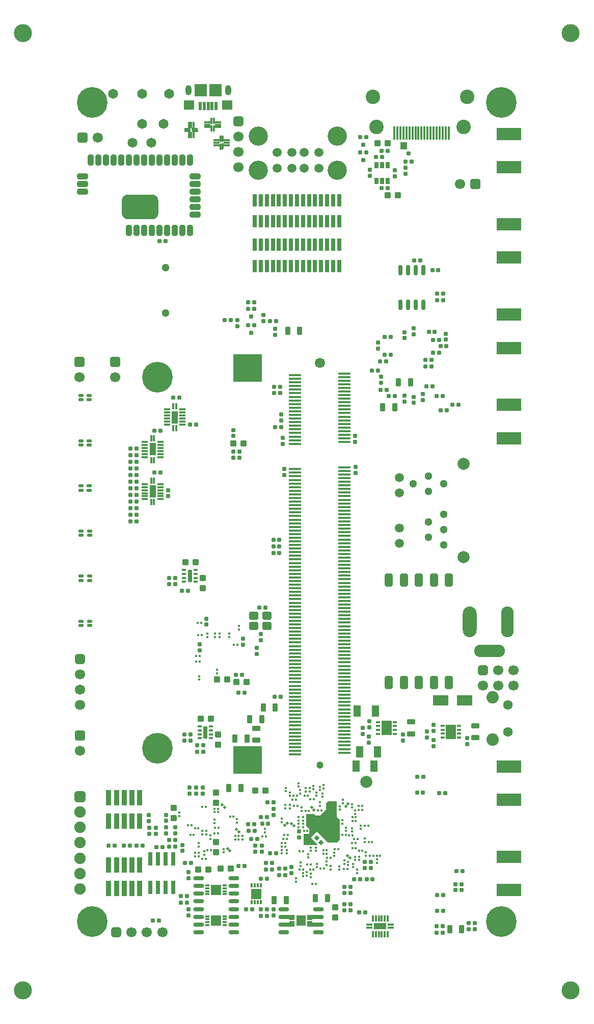
<source format=gbs>
G04*
G04 #@! TF.GenerationSoftware,Altium Limited,Altium Designer,18.1.9 (240)*
G04*
G04 Layer_Color=16711935*
%FSLAX44Y44*%
%MOMM*%
G71*
G01*
G75*
%ADD96C,0.3500*%
%ADD101C,0.5000*%
%ADD102C,1.6000*%
G04:AMPARAMS|DCode=117|XSize=0.6mm|YSize=0.7mm|CornerRadius=0.1mm|HoleSize=0mm|Usage=FLASHONLY|Rotation=0.000|XOffset=0mm|YOffset=0mm|HoleType=Round|Shape=RoundedRectangle|*
%AMROUNDEDRECTD117*
21,1,0.6000,0.5000,0,0,0.0*
21,1,0.4000,0.7000,0,0,0.0*
1,1,0.2000,0.2000,-0.2500*
1,1,0.2000,-0.2000,-0.2500*
1,1,0.2000,-0.2000,0.2500*
1,1,0.2000,0.2000,0.2500*
%
%ADD117ROUNDEDRECTD117*%
G04:AMPARAMS|DCode=118|XSize=0.6mm|YSize=0.7mm|CornerRadius=0.1mm|HoleSize=0mm|Usage=FLASHONLY|Rotation=270.000|XOffset=0mm|YOffset=0mm|HoleType=Round|Shape=RoundedRectangle|*
%AMROUNDEDRECTD118*
21,1,0.6000,0.5000,0,0,270.0*
21,1,0.4000,0.7000,0,0,270.0*
1,1,0.2000,-0.2500,-0.2000*
1,1,0.2000,-0.2500,0.2000*
1,1,0.2000,0.2500,0.2000*
1,1,0.2000,0.2500,-0.2000*
%
%ADD118ROUNDEDRECTD118*%
G04:AMPARAMS|DCode=123|XSize=0.7mm|YSize=0.7mm|CornerRadius=0.11mm|HoleSize=0mm|Usage=FLASHONLY|Rotation=0.000|XOffset=0mm|YOffset=0mm|HoleType=Round|Shape=RoundedRectangle|*
%AMROUNDEDRECTD123*
21,1,0.7000,0.4800,0,0,0.0*
21,1,0.4800,0.7000,0,0,0.0*
1,1,0.2200,0.2400,-0.2400*
1,1,0.2200,-0.2400,-0.2400*
1,1,0.2200,-0.2400,0.2400*
1,1,0.2200,0.2400,0.2400*
%
%ADD123ROUNDEDRECTD123*%
G04:AMPARAMS|DCode=124|XSize=1.1mm|YSize=1mm|CornerRadius=0.1625mm|HoleSize=0mm|Usage=FLASHONLY|Rotation=270.000|XOffset=0mm|YOffset=0mm|HoleType=Round|Shape=RoundedRectangle|*
%AMROUNDEDRECTD124*
21,1,1.1000,0.6750,0,0,270.0*
21,1,0.7750,1.0000,0,0,270.0*
1,1,0.3250,-0.3375,-0.3875*
1,1,0.3250,-0.3375,0.3875*
1,1,0.3250,0.3375,0.3875*
1,1,0.3250,0.3375,-0.3875*
%
%ADD124ROUNDEDRECTD124*%
G04:AMPARAMS|DCode=125|XSize=1.1mm|YSize=1mm|CornerRadius=0.1625mm|HoleSize=0mm|Usage=FLASHONLY|Rotation=0.000|XOffset=0mm|YOffset=0mm|HoleType=Round|Shape=RoundedRectangle|*
%AMROUNDEDRECTD125*
21,1,1.1000,0.6750,0,0,0.0*
21,1,0.7750,1.0000,0,0,0.0*
1,1,0.3250,0.3875,-0.3375*
1,1,0.3250,-0.3875,-0.3375*
1,1,0.3250,-0.3875,0.3375*
1,1,0.3250,0.3875,0.3375*
%
%ADD125ROUNDEDRECTD125*%
G04:AMPARAMS|DCode=128|XSize=0.7mm|YSize=0.7mm|CornerRadius=0.11mm|HoleSize=0mm|Usage=FLASHONLY|Rotation=90.000|XOffset=0mm|YOffset=0mm|HoleType=Round|Shape=RoundedRectangle|*
%AMROUNDEDRECTD128*
21,1,0.7000,0.4800,0,0,90.0*
21,1,0.4800,0.7000,0,0,90.0*
1,1,0.2200,0.2400,0.2400*
1,1,0.2200,0.2400,-0.2400*
1,1,0.2200,-0.2400,-0.2400*
1,1,0.2200,-0.2400,0.2400*
%
%ADD128ROUNDEDRECTD128*%
G04:AMPARAMS|DCode=139|XSize=1.4mm|YSize=0.9mm|CornerRadius=0.15mm|HoleSize=0mm|Usage=FLASHONLY|Rotation=270.000|XOffset=0mm|YOffset=0mm|HoleType=Round|Shape=RoundedRectangle|*
%AMROUNDEDRECTD139*
21,1,1.4000,0.6000,0,0,270.0*
21,1,1.1000,0.9000,0,0,270.0*
1,1,0.3000,-0.3000,-0.5500*
1,1,0.3000,-0.3000,0.5500*
1,1,0.3000,0.3000,0.5500*
1,1,0.3000,0.3000,-0.5500*
%
%ADD139ROUNDEDRECTD139*%
G04:AMPARAMS|DCode=140|XSize=1.4mm|YSize=0.9mm|CornerRadius=0.15mm|HoleSize=0mm|Usage=FLASHONLY|Rotation=0.000|XOffset=0mm|YOffset=0mm|HoleType=Round|Shape=RoundedRectangle|*
%AMROUNDEDRECTD140*
21,1,1.4000,0.6000,0,0,0.0*
21,1,1.1000,0.9000,0,0,0.0*
1,1,0.3000,0.5500,-0.3000*
1,1,0.3000,-0.5500,-0.3000*
1,1,0.3000,-0.5500,0.3000*
1,1,0.3000,0.5500,0.3000*
%
%ADD140ROUNDEDRECTD140*%
G04:AMPARAMS|DCode=142|XSize=0.7mm|YSize=1.1mm|CornerRadius=0.125mm|HoleSize=0mm|Usage=FLASHONLY|Rotation=0.000|XOffset=0mm|YOffset=0mm|HoleType=Round|Shape=RoundedRectangle|*
%AMROUNDEDRECTD142*
21,1,0.7000,0.8500,0,0,0.0*
21,1,0.4500,1.1000,0,0,0.0*
1,1,0.2500,0.2250,-0.4250*
1,1,0.2500,-0.2250,-0.4250*
1,1,0.2500,-0.2250,0.4250*
1,1,0.2500,0.2250,0.4250*
%
%ADD142ROUNDEDRECTD142*%
%ADD144R,0.6500X2.3000*%
G04:AMPARAMS|DCode=147|XSize=1.9mm|YSize=1.25mm|CornerRadius=0.1938mm|HoleSize=0mm|Usage=FLASHONLY|Rotation=90.000|XOffset=0mm|YOffset=0mm|HoleType=Round|Shape=RoundedRectangle|*
%AMROUNDEDRECTD147*
21,1,1.9000,0.8625,0,0,90.0*
21,1,1.5125,1.2500,0,0,90.0*
1,1,0.3875,0.4313,0.7563*
1,1,0.3875,0.4313,-0.7563*
1,1,0.3875,-0.4313,-0.7563*
1,1,0.3875,-0.4313,0.7563*
%
%ADD147ROUNDEDRECTD147*%
%ADD162R,0.7400X2.0900*%
%ADD163R,0.7400X0.4400*%
%ADD166C,2.0000*%
%ADD170R,0.4000X0.4500*%
%ADD176C,3.0000*%
%ADD182R,4.1000X2.1000*%
G04:AMPARAMS|DCode=191|XSize=1.5mm|YSize=1.3mm|CornerRadius=0.2mm|HoleSize=0mm|Usage=FLASHONLY|Rotation=180.000|XOffset=0mm|YOffset=0mm|HoleType=Round|Shape=RoundedRectangle|*
%AMROUNDEDRECTD191*
21,1,1.5000,0.9000,0,0,180.0*
21,1,1.1000,1.3000,0,0,180.0*
1,1,0.4000,-0.5500,0.4500*
1,1,0.4000,0.5500,0.4500*
1,1,0.4000,0.5500,-0.4500*
1,1,0.4000,-0.5500,-0.4500*
%
%ADD191ROUNDEDRECTD191*%
%ADD200C,1.7000*%
%ADD209R,1.7000X2.4500*%
%ADD210R,0.8000X0.4000*%
G04:AMPARAMS|DCode=214|XSize=1.624mm|YSize=1.624mm|CornerRadius=0.2405mm|HoleSize=0mm|Usage=FLASHONLY|Rotation=180.000|XOffset=0mm|YOffset=0mm|HoleType=Round|Shape=RoundedRectangle|*
%AMROUNDEDRECTD214*
21,1,1.6240,1.1430,0,0,180.0*
21,1,1.1430,1.6240,0,0,180.0*
1,1,0.4810,-0.5715,0.5715*
1,1,0.4810,0.5715,0.5715*
1,1,0.4810,0.5715,-0.5715*
1,1,0.4810,-0.5715,-0.5715*
%
%ADD214ROUNDEDRECTD214*%
G04:AMPARAMS|DCode=215|XSize=1.7mm|YSize=1.7mm|CornerRadius=0.45mm|HoleSize=0mm|Usage=FLASHONLY|Rotation=0.000|XOffset=0mm|YOffset=0mm|HoleType=Round|Shape=RoundedRectangle|*
%AMROUNDEDRECTD215*
21,1,1.7000,0.8000,0,0,0.0*
21,1,0.8000,1.7000,0,0,0.0*
1,1,0.9000,0.4000,-0.4000*
1,1,0.9000,-0.4000,-0.4000*
1,1,0.9000,-0.4000,0.4000*
1,1,0.9000,0.4000,0.4000*
%
%ADD215ROUNDEDRECTD215*%
%ADD216C,5.1000*%
%ADD217C,1.2000*%
%ADD218C,2.0500*%
%ADD219C,1.3000*%
%ADD220C,1.5000*%
%ADD221O,5.1000X2.1000*%
%ADD222O,2.3000X5.1000*%
%ADD223O,2.1000X5.1000*%
G04:AMPARAMS|DCode=224|XSize=1.7mm|YSize=1.7mm|CornerRadius=0.45mm|HoleSize=0mm|Usage=FLASHONLY|Rotation=270.000|XOffset=0mm|YOffset=0mm|HoleType=Round|Shape=RoundedRectangle|*
%AMROUNDEDRECTD224*
21,1,1.7000,0.8000,0,0,270.0*
21,1,0.8000,1.7000,0,0,270.0*
1,1,0.9000,-0.4000,-0.4000*
1,1,0.9000,-0.4000,0.4000*
1,1,0.9000,0.4000,0.4000*
1,1,0.9000,0.4000,-0.4000*
%
%ADD224ROUNDEDRECTD224*%
%ADD225C,1.9000*%
G04:AMPARAMS|DCode=226|XSize=1.9mm|YSize=1.9mm|CornerRadius=0.5mm|HoleSize=0mm|Usage=FLASHONLY|Rotation=270.000|XOffset=0mm|YOffset=0mm|HoleType=Round|Shape=RoundedRectangle|*
%AMROUNDEDRECTD226*
21,1,1.9000,0.9000,0,0,270.0*
21,1,0.9000,1.9000,0,0,270.0*
1,1,1.0000,-0.4500,-0.4500*
1,1,1.0000,-0.4500,0.4500*
1,1,1.0000,0.4500,0.4500*
1,1,1.0000,0.4500,-0.4500*
%
%ADD226ROUNDEDRECTD226*%
G04:AMPARAMS|DCode=227|XSize=1.624mm|YSize=1.624mm|CornerRadius=0.2405mm|HoleSize=0mm|Usage=FLASHONLY|Rotation=90.000|XOffset=0mm|YOffset=0mm|HoleType=Round|Shape=RoundedRectangle|*
%AMROUNDEDRECTD227*
21,1,1.6240,1.1430,0,0,90.0*
21,1,1.1430,1.6240,0,0,90.0*
1,1,0.4810,0.5715,0.5715*
1,1,0.4810,0.5715,-0.5715*
1,1,0.4810,-0.5715,-0.5715*
1,1,0.4810,-0.5715,0.5715*
%
%ADD227ROUNDEDRECTD227*%
%ADD228C,2.4000*%
%ADD229C,1.6500*%
%ADD230O,1.0000X1.7000*%
%ADD231C,3.2000*%
G04:AMPARAMS|DCode=316|XSize=2.2mm|YSize=1.4mm|CornerRadius=0.375mm|HoleSize=0mm|Usage=FLASHONLY|Rotation=270.000|XOffset=0mm|YOffset=0mm|HoleType=Round|Shape=RoundedRectangle|*
%AMROUNDEDRECTD316*
21,1,2.2000,0.6500,0,0,270.0*
21,1,1.4500,1.4000,0,0,270.0*
1,1,0.7500,-0.3250,-0.7250*
1,1,0.7500,-0.3250,0.7250*
1,1,0.7500,0.3250,0.7250*
1,1,0.7500,0.3250,-0.7250*
%
%ADD316ROUNDEDRECTD316*%
%ADD317R,0.7000X2.1000*%
%ADD318R,1.8000X1.8000*%
%ADD319R,0.7400X0.3900*%
%ADD320R,0.4200X1.0100*%
%ADD321R,1.0100X0.4200*%
%ADD322R,1.1100X0.4200*%
%ADD323O,1.8000X0.7000*%
%ADD324R,1.7000X1.7000*%
%ADD325R,0.3500X0.7250*%
G04:AMPARAMS|DCode=326|XSize=0.7mm|YSize=0.7mm|CornerRadius=0.11mm|HoleSize=0mm|Usage=FLASHONLY|Rotation=45.000|XOffset=0mm|YOffset=0mm|HoleType=Round|Shape=RoundedRectangle|*
%AMROUNDEDRECTD326*
21,1,0.7000,0.4800,0,0,45.0*
21,1,0.4800,0.7000,0,0,45.0*
1,1,0.2200,0.3394,0.0000*
1,1,0.2200,0.0000,-0.3394*
1,1,0.2200,-0.3394,0.0000*
1,1,0.2200,0.0000,0.3394*
%
%ADD326ROUNDEDRECTD326*%
%ADD327R,0.4500X0.4000*%
G04:AMPARAMS|DCode=328|XSize=0.4mm|YSize=0.45mm|CornerRadius=0mm|HoleSize=0mm|Usage=FLASHONLY|Rotation=135.000|XOffset=0mm|YOffset=0mm|HoleType=Round|Shape=Rectangle|*
%AMROTATEDRECTD328*
4,1,4,0.3005,0.0177,-0.0177,-0.3005,-0.3005,-0.0177,0.0177,0.3005,0.3005,0.0177,0.0*
%
%ADD328ROTATEDRECTD328*%

G04:AMPARAMS|DCode=329|XSize=0.4mm|YSize=0.45mm|CornerRadius=0mm|HoleSize=0mm|Usage=FLASHONLY|Rotation=45.000|XOffset=0mm|YOffset=0mm|HoleType=Round|Shape=Rectangle|*
%AMROTATEDRECTD329*
4,1,4,0.0177,-0.3005,-0.3005,0.0177,-0.0177,0.3005,0.3005,-0.0177,0.0177,-0.3005,0.0*
%
%ADD329ROTATEDRECTD329*%

G04:AMPARAMS|DCode=330|XSize=0.6mm|YSize=0.7mm|CornerRadius=0.1125mm|HoleSize=0mm|Usage=FLASHONLY|Rotation=0.000|XOffset=0mm|YOffset=0mm|HoleType=Round|Shape=RoundedRectangle|*
%AMROUNDEDRECTD330*
21,1,0.6000,0.4750,0,0,0.0*
21,1,0.3750,0.7000,0,0,0.0*
1,1,0.2250,0.1875,-0.2375*
1,1,0.2250,-0.1875,-0.2375*
1,1,0.2250,-0.1875,0.2375*
1,1,0.2250,0.1875,0.2375*
%
%ADD330ROUNDEDRECTD330*%
%ADD331R,2.1000X0.4500*%
%ADD332R,4.7000X4.6000*%
%ADD333R,0.8500X2.5000*%
G04:AMPARAMS|DCode=334|XSize=0.8mm|YSize=0.5mm|CornerRadius=0.1mm|HoleSize=0mm|Usage=FLASHONLY|Rotation=180.000|XOffset=0mm|YOffset=0mm|HoleType=Round|Shape=RoundedRectangle|*
%AMROUNDEDRECTD334*
21,1,0.8000,0.3000,0,0,180.0*
21,1,0.6000,0.5000,0,0,180.0*
1,1,0.2000,-0.3000,0.1500*
1,1,0.2000,0.3000,0.1500*
1,1,0.2000,0.3000,-0.1500*
1,1,0.2000,-0.3000,-0.1500*
%
%ADD334ROUNDEDRECTD334*%
%ADD335O,0.7000X1.8000*%
%ADD336R,0.4000X2.2000*%
%ADD337R,1.0000X2.0000*%
%ADD338R,0.3500X1.0000*%
%ADD339R,1.0000X0.3500*%
G04:AMPARAMS|DCode=340|XSize=1mm|YSize=1.8mm|CornerRadius=0.275mm|HoleSize=0mm|Usage=FLASHONLY|Rotation=180.000|XOffset=0mm|YOffset=0mm|HoleType=Round|Shape=RoundedRectangle|*
%AMROUNDEDRECTD340*
21,1,1.0000,1.2500,0,0,180.0*
21,1,0.4500,1.8000,0,0,180.0*
1,1,0.5500,-0.2250,0.6250*
1,1,0.5500,0.2250,0.6250*
1,1,0.5500,0.2250,-0.6250*
1,1,0.5500,-0.2250,-0.6250*
%
%ADD340ROUNDEDRECTD340*%
G04:AMPARAMS|DCode=341|XSize=1mm|YSize=1.8mm|CornerRadius=0.275mm|HoleSize=0mm|Usage=FLASHONLY|Rotation=270.000|XOffset=0mm|YOffset=0mm|HoleType=Round|Shape=RoundedRectangle|*
%AMROUNDEDRECTD341*
21,1,1.0000,1.2500,0,0,270.0*
21,1,0.4500,1.8000,0,0,270.0*
1,1,0.5500,-0.6250,-0.2250*
1,1,0.5500,-0.6250,0.2250*
1,1,0.5500,0.6250,0.2250*
1,1,0.5500,0.6250,-0.2250*
%
%ADD341ROUNDEDRECTD341*%
G04:AMPARAMS|DCode=342|XSize=6.1mm|YSize=4.1mm|CornerRadius=1.05mm|HoleSize=0mm|Usage=FLASHONLY|Rotation=0.000|XOffset=0mm|YOffset=0mm|HoleType=Round|Shape=RoundedRectangle|*
%AMROUNDEDRECTD342*
21,1,6.1000,2.0000,0,0,0.0*
21,1,4.0000,4.1000,0,0,0.0*
1,1,2.1000,2.0000,-1.0000*
1,1,2.1000,-2.0000,-1.0000*
1,1,2.1000,-2.0000,1.0000*
1,1,2.1000,2.0000,1.0000*
%
%ADD342ROUNDEDRECTD342*%
%ADD343R,0.5000X1.4500*%
%ADD344R,1.7000X1.5000*%
%ADD345R,2.0000X2.0000*%
%ADD346R,0.4200X1.1100*%
%ADD347R,2.6000X1.8000*%
%ADD348R,1.5000X1.7000*%
%ADD349R,0.9000X0.4000*%
%ADD350R,2.0000X1.0000*%
G36*
X558250Y1317750D02*
X546750Y1317750D01*
Y1329250D01*
X558250Y1329250D01*
Y1317750D01*
D02*
G37*
G36*
X440782Y234771D02*
X440877Y234743D01*
X440963Y234696D01*
X441040Y234634D01*
X441102Y234557D01*
X441148Y234471D01*
X441177Y234376D01*
X441187Y234278D01*
X441187Y208392D01*
X445914Y203664D01*
X445915Y203664D01*
X445943Y203630D01*
X445977Y203588D01*
X446024Y203501D01*
X446052Y203407D01*
X446057Y203358D01*
X446062Y203309D01*
X446062Y203309D01*
X446062Y170747D01*
X446052Y170649D01*
X446030Y170576D01*
X446023Y170555D01*
X445977Y170468D01*
X445915Y170392D01*
X445914Y170391D01*
X441946Y166423D01*
X441870Y166360D01*
X441783Y166314D01*
X441761Y166307D01*
X441688Y166285D01*
X441639Y166280D01*
X441590Y166275D01*
X441590Y166276D01*
X426560Y166276D01*
X426560Y166276D01*
X426470Y166284D01*
X426462Y166285D01*
X426367Y166314D01*
X426281Y166360D01*
X426239Y166395D01*
X426204Y166423D01*
X426204Y166423D01*
X409601Y183025D01*
X407267Y183026D01*
X399062Y174820D01*
X399062Y172907D01*
X408665Y163304D01*
X408665Y163304D01*
X408693Y163269D01*
X408727Y163227D01*
X408774Y163141D01*
X408802Y163046D01*
X408812Y162948D01*
X408812Y162948D01*
Y162278D01*
X408802Y162180D01*
X408774Y162086D01*
X408727Y161999D01*
X408665Y161923D01*
X408588Y161860D01*
X408502Y161814D01*
X408407Y161785D01*
X408309Y161776D01*
X386809D01*
X386711Y161785D01*
X386617Y161814D01*
X386530Y161860D01*
X386454Y161923D01*
X386392Y161999D01*
X386345Y162086D01*
X386317Y162180D01*
X386307Y162278D01*
Y179778D01*
X386317Y179876D01*
X386345Y179970D01*
X386392Y180057D01*
X386454Y180133D01*
X386530Y180196D01*
X386617Y180242D01*
X386711Y180271D01*
X386809Y180280D01*
X395748Y180280D01*
X395747Y188734D01*
X390704Y193777D01*
X390642Y193853D01*
X390595Y193940D01*
X390567Y194034D01*
X390562Y194083D01*
X390557Y194132D01*
X390557Y194132D01*
X390557Y212688D01*
X390567Y212786D01*
X390595Y212880D01*
X390642Y212967D01*
X390704Y213043D01*
X390780Y213106D01*
X390867Y213152D01*
X390961Y213181D01*
X391059Y213191D01*
X403899D01*
X403899Y213191D01*
X403950Y213186D01*
X403997Y213181D01*
X404069Y213159D01*
X404091Y213152D01*
X404178Y213106D01*
X404213Y213078D01*
X404254Y213043D01*
X404254Y213043D01*
X406517Y210780D01*
X413351Y210780D01*
X423717Y221147D01*
X423717Y231688D01*
X423717Y231688D01*
X423722Y231737D01*
X423727Y231786D01*
X423756Y231881D01*
X423802Y231967D01*
X423836Y232009D01*
X423865Y232044D01*
X423865Y232044D01*
X426455Y234634D01*
X426531Y234696D01*
X426618Y234742D01*
X426639Y234749D01*
X426712Y234771D01*
X426761Y234776D01*
X426810Y234781D01*
X426810Y234781D01*
X440684Y234781D01*
X440782Y234771D01*
D02*
G37*
G36*
X409250Y39200D02*
X392000D01*
Y45950D01*
X409250D01*
Y39200D01*
D02*
G37*
G36*
X371000Y39200D02*
X353750D01*
Y45950D01*
X371000D01*
Y39200D01*
D02*
G37*
G36*
X409250Y26500D02*
X392000D01*
Y33250D01*
X409250D01*
Y26500D01*
D02*
G37*
G36*
X371000Y26500D02*
X353750D01*
Y33250D01*
X371000D01*
Y26500D01*
D02*
G37*
D96*
X556500Y1319500D02*
D03*
Y1323500D02*
D03*
Y1327500D02*
D03*
X552500Y1319500D02*
D03*
Y1323500D02*
D03*
Y1327500D02*
D03*
X548500Y1319500D02*
D03*
Y1323500D02*
D03*
Y1327500D02*
D03*
D101*
X197000Y604900D02*
D03*
Y613100D02*
D03*
X222500Y353100D02*
D03*
Y344900D02*
D03*
D102*
X725450Y394500D02*
D03*
Y349500D02*
D03*
D117*
X648500Y96750D02*
D03*
Y86750D02*
D03*
X638500Y96750D02*
D03*
Y86750D02*
D03*
X472250Y779500D02*
D03*
Y789500D02*
D03*
X471750Y841250D02*
D03*
Y831250D02*
D03*
X351750Y838000D02*
D03*
Y828000D02*
D03*
X353750Y776250D02*
D03*
Y786250D02*
D03*
X347250Y922500D02*
D03*
Y912500D02*
D03*
X194800Y55050D02*
D03*
Y45050D02*
D03*
X550796Y335290D02*
D03*
Y345290D02*
D03*
X494796Y332040D02*
D03*
Y342040D02*
D03*
X194750Y106500D02*
D03*
Y116500D02*
D03*
X657630Y329110D02*
D03*
Y339110D02*
D03*
X601630Y325860D02*
D03*
Y335860D02*
D03*
X497720Y123938D02*
D03*
Y133938D02*
D03*
X487720D02*
D03*
Y123938D02*
D03*
X554000Y898250D02*
D03*
Y908250D02*
D03*
X569000Y906250D02*
D03*
Y896250D02*
D03*
X554000Y1013750D02*
D03*
Y1003750D02*
D03*
X515000Y929500D02*
D03*
Y939500D02*
D03*
X622000Y1001250D02*
D03*
Y1011250D02*
D03*
X509500Y986250D02*
D03*
Y996250D02*
D03*
X366029Y124951D02*
D03*
Y114951D02*
D03*
X213250Y495000D02*
D03*
Y485000D02*
D03*
X224422Y538000D02*
D03*
Y528000D02*
D03*
X314750Y502250D02*
D03*
Y512250D02*
D03*
X336500Y45206D02*
D03*
Y55206D02*
D03*
X128750Y211500D02*
D03*
Y201500D02*
D03*
D118*
X660750Y22250D02*
D03*
X670750D02*
D03*
X611334Y248000D02*
D03*
X621334D02*
D03*
X640250Y118200D02*
D03*
X650250D02*
D03*
X670750Y32245D02*
D03*
X660750D02*
D03*
X151750Y158500D02*
D03*
X141750D02*
D03*
X145250Y36750D02*
D03*
X135250D02*
D03*
X279250Y815250D02*
D03*
X269250D02*
D03*
Y805250D02*
D03*
X279250D02*
D03*
X315000Y105750D02*
D03*
X325000D02*
D03*
X463782Y63255D02*
D03*
X453782D02*
D03*
Y53255D02*
D03*
X463782D02*
D03*
X453782Y92255D02*
D03*
X463782D02*
D03*
Y82255D02*
D03*
X453782D02*
D03*
X500720Y104688D02*
D03*
X490720D02*
D03*
X479720Y104688D02*
D03*
X469720D02*
D03*
X614000Y883500D02*
D03*
X624000D02*
D03*
X643500Y893500D02*
D03*
X633500Y893500D02*
D03*
X537250Y907500D02*
D03*
X527250D02*
D03*
X524250Y917500D02*
D03*
X514250D02*
D03*
X607000Y907250D02*
D03*
X617000D02*
D03*
X520750Y975750D02*
D03*
X530750D02*
D03*
X509500Y949750D02*
D03*
X499500D02*
D03*
X520750Y1005500D02*
D03*
X530750D02*
D03*
X594000Y1014000D02*
D03*
X604000D02*
D03*
X600250Y923750D02*
D03*
X590250D02*
D03*
X601500Y1000750D02*
D03*
X611500D02*
D03*
X610010Y1116875D02*
D03*
X600010D02*
D03*
X283750Y444750D02*
D03*
X273750D02*
D03*
X322750Y556250D02*
D03*
X312750D02*
D03*
X516000Y1253250D02*
D03*
X526000D02*
D03*
X516000Y1315250D02*
D03*
X526000D02*
D03*
X148000Y780250D02*
D03*
X138000D02*
D03*
X148250Y849750D02*
D03*
X138250D02*
D03*
X617750Y78750D02*
D03*
X607750D02*
D03*
X617750Y52354D02*
D03*
X607750D02*
D03*
X574500Y249000D02*
D03*
X584500D02*
D03*
X574750Y275500D02*
D03*
X584750D02*
D03*
X169500Y904750D02*
D03*
X179500D02*
D03*
X488750Y50250D02*
D03*
X478750D02*
D03*
X188050Y345750D02*
D03*
X198050D02*
D03*
X162550Y605750D02*
D03*
X172550D02*
D03*
D123*
X538000Y1282250D02*
D03*
Y1272250D02*
D03*
X336750Y922500D02*
D03*
Y912500D02*
D03*
X349000Y876750D02*
D03*
Y866750D02*
D03*
X269250Y851250D02*
D03*
Y841250D02*
D03*
X484046Y356540D02*
D03*
Y346540D02*
D03*
X495046Y367540D02*
D03*
Y357540D02*
D03*
X590880Y340360D02*
D03*
X590880Y350360D02*
D03*
X601880Y361360D02*
D03*
Y351360D02*
D03*
X218720Y257438D02*
D03*
Y247438D02*
D03*
X196720Y257438D02*
D03*
Y247438D02*
D03*
X207720Y257438D02*
D03*
Y247438D02*
D03*
X569000Y1010250D02*
D03*
Y1020250D02*
D03*
X584000Y901000D02*
D03*
Y911000D02*
D03*
X305970Y150938D02*
D03*
Y160938D02*
D03*
X316970Y150938D02*
D03*
Y160938D02*
D03*
X378570Y174242D02*
D03*
Y184242D02*
D03*
X335970Y221938D02*
D03*
Y211938D02*
D03*
X172720Y180938D02*
D03*
Y190938D02*
D03*
X184768Y162000D02*
D03*
Y152000D02*
D03*
X157720Y211938D02*
D03*
Y201938D02*
D03*
X157720Y180938D02*
D03*
Y190938D02*
D03*
X338750Y1009250D02*
D03*
Y1019250D02*
D03*
X319354Y1042354D02*
D03*
Y1032354D02*
D03*
X276000Y1033750D02*
D03*
Y1023750D02*
D03*
X285500Y504750D02*
D03*
Y494750D02*
D03*
X308250Y489000D02*
D03*
Y479000D02*
D03*
X496000Y1273250D02*
D03*
Y1283250D02*
D03*
X161000Y741250D02*
D03*
Y751250D02*
D03*
X555600Y1286750D02*
D03*
Y1276750D02*
D03*
X129250Y180500D02*
D03*
Y190500D02*
D03*
X140250Y180500D02*
D03*
Y190500D02*
D03*
D124*
X269250Y828500D02*
D03*
X286250D02*
D03*
X306000Y251930D02*
D03*
X323000Y251930D02*
D03*
X227970Y120938D02*
D03*
X210970D02*
D03*
X248000Y123000D02*
D03*
X265000D02*
D03*
X242250Y436500D02*
D03*
X259250D02*
D03*
X274500Y432500D02*
D03*
X291500D02*
D03*
X526000Y1241000D02*
D03*
X543000D02*
D03*
X526000Y1327250D02*
D03*
X509000D02*
D03*
X232250Y371750D02*
D03*
X215250D02*
D03*
X206750Y631750D02*
D03*
X189750D02*
D03*
D125*
X438250Y58500D02*
D03*
Y41500D02*
D03*
X240720Y166438D02*
D03*
Y149438D02*
D03*
Y231688D02*
D03*
Y248688D02*
D03*
X170000Y206250D02*
D03*
Y223250D02*
D03*
X244250Y345750D02*
D03*
Y328750D02*
D03*
X218750Y605750D02*
D03*
Y588750D02*
D03*
D128*
X607399Y27250D02*
D03*
X617399D02*
D03*
X617399Y16250D02*
D03*
X607399D02*
D03*
X335750Y646750D02*
D03*
X345750D02*
D03*
X335750Y657750D02*
D03*
X345750D02*
D03*
X335750Y668750D02*
D03*
X345750D02*
D03*
X339000Y855750D02*
D03*
X349000D02*
D03*
X338250Y408250D02*
D03*
X348250D02*
D03*
X87250Y160938D02*
D03*
X97250D02*
D03*
X118250D02*
D03*
X108250D02*
D03*
X62000Y160500D02*
D03*
X72000D02*
D03*
X325000Y55250D02*
D03*
X315000D02*
D03*
X300750D02*
D03*
X290750D02*
D03*
X325000Y44250D02*
D03*
X315000D02*
D03*
X182000Y77400D02*
D03*
X192000D02*
D03*
X182000Y66200D02*
D03*
X192000D02*
D03*
X162720Y158938D02*
D03*
X172720D02*
D03*
X162720Y169938D02*
D03*
X172720D02*
D03*
X199250Y131700D02*
D03*
X189250D02*
D03*
X601250Y979250D02*
D03*
X611250D02*
D03*
X513250Y965250D02*
D03*
X523250D02*
D03*
X623500Y990250D02*
D03*
X613500D02*
D03*
X330170Y148388D02*
D03*
X340170D02*
D03*
X298720Y171938D02*
D03*
X308720D02*
D03*
X326220Y232938D02*
D03*
X336220D02*
D03*
X355320Y122992D02*
D03*
X345320D02*
D03*
X333310Y121055D02*
D03*
X323310D02*
D03*
X333220Y132188D02*
D03*
X323220D02*
D03*
X355320Y111992D02*
D03*
X345320D02*
D03*
X327220Y196938D02*
D03*
X317220D02*
D03*
X314970Y207938D02*
D03*
X324970D02*
D03*
X303720Y196438D02*
D03*
X293720D02*
D03*
X277720Y126938D02*
D03*
X287720D02*
D03*
X294970Y185438D02*
D03*
X304970D02*
D03*
X608313Y1077750D02*
D03*
X618313D02*
D03*
X608313Y1066750D02*
D03*
X618313D02*
D03*
X579750Y1132750D02*
D03*
X569750D02*
D03*
X304000Y1063250D02*
D03*
X294000Y1063250D02*
D03*
X255000Y1033750D02*
D03*
X265000D02*
D03*
X340354Y1032354D02*
D03*
X330354D02*
D03*
X598250Y968000D02*
D03*
X588250D02*
D03*
X598250Y957000D02*
D03*
X588250D02*
D03*
X277585Y414500D02*
D03*
X287585D02*
D03*
X98000Y699250D02*
D03*
X108000D02*
D03*
X98000Y721250D02*
D03*
X108000D02*
D03*
X98080Y743250D02*
D03*
X108080D02*
D03*
X98052Y765250D02*
D03*
X108052D02*
D03*
X98000Y710250D02*
D03*
X108000D02*
D03*
X98080Y732250D02*
D03*
X108080D02*
D03*
X98080Y754250D02*
D03*
X108080D02*
D03*
X98080Y776250D02*
D03*
X108080D02*
D03*
X108068Y820250D02*
D03*
X98068D02*
D03*
X98080Y798250D02*
D03*
X108080D02*
D03*
Y809250D02*
D03*
X98080D02*
D03*
X98080Y787250D02*
D03*
X108080D02*
D03*
X516500Y1304750D02*
D03*
X506500D02*
D03*
X197500Y860000D02*
D03*
X207500D02*
D03*
X219050Y327750D02*
D03*
X209050D02*
D03*
X188050Y335250D02*
D03*
X198050D02*
D03*
X209050Y316750D02*
D03*
X219050D02*
D03*
X162550Y595250D02*
D03*
X172550D02*
D03*
X183550Y584250D02*
D03*
X193550D02*
D03*
X156500Y1164750D02*
D03*
X146500D02*
D03*
D139*
X648899Y21727D02*
D03*
X628899D02*
D03*
X425800Y73500D02*
D03*
X405799D02*
D03*
X357250Y70250D02*
D03*
X337250D02*
D03*
X262000Y256578D02*
D03*
X282000Y256578D02*
D03*
X517500Y889000D02*
D03*
X537500D02*
D03*
X544000Y930500D02*
D03*
X564000D02*
D03*
X379520Y1016000D02*
D03*
X359520D02*
D03*
X316750Y370500D02*
D03*
X296750D02*
D03*
X291750Y339000D02*
D03*
X271750D02*
D03*
X339000Y390250D02*
D03*
X319000D02*
D03*
D140*
X564796Y346290D02*
D03*
Y366290D02*
D03*
X671630Y340110D02*
D03*
Y360110D02*
D03*
X307000Y335750D02*
D03*
Y355750D02*
D03*
D142*
X526000Y1291250D02*
D03*
X507000Y1265250D02*
D03*
X516500D02*
D03*
X526000D02*
D03*
X507000Y1291250D02*
D03*
X516500D02*
D03*
D144*
X169550Y91000D02*
D03*
X156850D02*
D03*
X144150D02*
D03*
X131450D02*
D03*
X169550Y139000D02*
D03*
X156850D02*
D03*
X144150D02*
D03*
X131450D02*
D03*
D147*
X475250Y384000D02*
D03*
X505250D02*
D03*
X473000Y293250D02*
D03*
X503000D02*
D03*
X479000Y317000D02*
D03*
X509000D02*
D03*
D162*
X197000Y609000D02*
D03*
X222500Y349000D02*
D03*
D163*
X187500Y599250D02*
D03*
Y605750D02*
D03*
Y612250D02*
D03*
Y618750D02*
D03*
X206500D02*
D03*
Y612250D02*
D03*
Y605750D02*
D03*
Y599250D02*
D03*
X232000Y339250D02*
D03*
Y345750D02*
D03*
Y352250D02*
D03*
Y358750D02*
D03*
X213000D02*
D03*
Y352250D02*
D03*
Y345750D02*
D03*
Y339250D02*
D03*
D166*
X490500Y267000D02*
D03*
X652149Y640050D02*
D03*
X652149Y794950D02*
D03*
D170*
X483250Y220208D02*
D03*
X477650D02*
D03*
X499859Y166778D02*
D03*
X494259D02*
D03*
X400450Y97500D02*
D03*
X406050D02*
D03*
X379509Y151528D02*
D03*
X385109D02*
D03*
X370259Y227028D02*
D03*
X375859D02*
D03*
X483859Y152028D02*
D03*
X478260D02*
D03*
X369120Y243938D02*
D03*
X374720D02*
D03*
X496259Y144028D02*
D03*
X501860D02*
D03*
X430659Y140778D02*
D03*
X425059D02*
D03*
X424609Y147028D02*
D03*
X419009D02*
D03*
X415520Y218938D02*
D03*
X409920D02*
D03*
X467009Y201528D02*
D03*
X472609D02*
D03*
X470249Y172118D02*
D03*
X475849D02*
D03*
X238920Y190688D02*
D03*
X244520D02*
D03*
X243770Y181438D02*
D03*
X238170D02*
D03*
X211270Y189688D02*
D03*
X205670D02*
D03*
X193870Y194688D02*
D03*
X199470D02*
D03*
X217920Y224938D02*
D03*
X223520D02*
D03*
X203520Y178938D02*
D03*
X197920D02*
D03*
X226370Y153000D02*
D03*
X231970D02*
D03*
X217920Y138688D02*
D03*
X223520D02*
D03*
X278020Y170688D02*
D03*
X272420D02*
D03*
X269520Y208938D02*
D03*
X263920D02*
D03*
X272420Y176688D02*
D03*
X278020D02*
D03*
X397609Y129778D02*
D03*
X392009D02*
D03*
X458859Y122278D02*
D03*
X453260D02*
D03*
X443559Y155028D02*
D03*
X437959D02*
D03*
X472889Y156808D02*
D03*
X467289D02*
D03*
X397259Y237492D02*
D03*
X402859D02*
D03*
X387409Y243688D02*
D03*
X393009D02*
D03*
X397009Y121028D02*
D03*
X402609D02*
D03*
X450459Y179028D02*
D03*
X456059D02*
D03*
X353920Y178438D02*
D03*
X359520D02*
D03*
X352170Y171938D02*
D03*
X357770D02*
D03*
X461570Y178028D02*
D03*
X467170D02*
D03*
X513359Y144028D02*
D03*
X507760D02*
D03*
X367470Y237442D02*
D03*
X373070D02*
D03*
X472120Y164742D02*
D03*
X466520D02*
D03*
X472609Y208028D02*
D03*
X467009D02*
D03*
X389170Y218188D02*
D03*
X394770D02*
D03*
X424609Y153528D02*
D03*
X419009D02*
D03*
X414010Y123028D02*
D03*
X419609D02*
D03*
X323270Y175938D02*
D03*
X317670D02*
D03*
X392320Y184992D02*
D03*
X386720D02*
D03*
X379520Y120992D02*
D03*
X385120D02*
D03*
X270200Y494750D02*
D03*
X275800D02*
D03*
X215643Y530907D02*
D03*
X210043D02*
D03*
X207500Y466250D02*
D03*
X213100D02*
D03*
X216643Y510750D02*
D03*
X211043D02*
D03*
X207500Y475875D02*
D03*
X213100D02*
D03*
X493425Y194132D02*
D03*
X487825D02*
D03*
X483300Y226727D02*
D03*
X477700D02*
D03*
D176*
X-80000Y1510000D02*
D03*
X830000Y1510000D02*
D03*
X830000Y-80000D02*
D03*
X-80000Y-80000D02*
D03*
D182*
X727000Y1137550D02*
D03*
Y1192950D02*
D03*
Y837550D02*
D03*
Y892950D02*
D03*
Y987550D02*
D03*
Y1042950D02*
D03*
Y87050D02*
D03*
Y142450D02*
D03*
Y292450D02*
D03*
Y237050D02*
D03*
Y1342950D02*
D03*
Y1287550D02*
D03*
D191*
X302750Y542750D02*
D03*
X324750D02*
D03*
Y525750D02*
D03*
X302750D02*
D03*
D200*
X72500Y939050D02*
D03*
X734643Y426536D02*
D03*
Y451965D02*
D03*
X683786Y426536D02*
D03*
X709214Y451964D02*
D03*
Y426536D02*
D03*
X413000Y962750D02*
D03*
X278000Y1338714D02*
D03*
Y1313286D02*
D03*
Y1287857D02*
D03*
X646100Y1260200D02*
D03*
X151179Y16523D02*
D03*
X125750D02*
D03*
X100321D02*
D03*
X13750Y938878D02*
D03*
X14000Y318071D02*
D03*
Y445128D02*
D03*
Y419700D02*
D03*
Y394271D02*
D03*
X44200Y1336750D02*
D03*
D209*
X523750Y356180D02*
D03*
X630583Y350000D02*
D03*
D210*
X510000Y346430D02*
D03*
Y352930D02*
D03*
Y359430D02*
D03*
Y365930D02*
D03*
X537500D02*
D03*
Y359430D02*
D03*
Y352930D02*
D03*
Y346430D02*
D03*
X616833Y340250D02*
D03*
Y346750D02*
D03*
Y353250D02*
D03*
Y359750D02*
D03*
X644333D02*
D03*
Y353250D02*
D03*
Y346750D02*
D03*
Y340250D02*
D03*
D214*
X72500Y964450D02*
D03*
X13750Y964278D02*
D03*
X14000Y343471D02*
D03*
D215*
X683786Y451964D02*
D03*
X74893Y16523D02*
D03*
D216*
X35000Y35000D02*
D03*
X715000Y35000D02*
D03*
Y1395000D02*
D03*
X35000Y1395000D02*
D03*
X143000Y322750D02*
D03*
Y938750D02*
D03*
D217*
X413000Y294750D02*
D03*
D218*
X700550Y336950D02*
D03*
Y407050D02*
D03*
D219*
X619149Y660350D02*
D03*
X593749Y673050D02*
D03*
X619149Y685750D02*
D03*
X593749Y698450D02*
D03*
X619149Y711150D02*
D03*
X593749Y749250D02*
D03*
X619149Y761950D02*
D03*
X593749Y774650D02*
D03*
X568349Y761950D02*
D03*
X156500Y1045250D02*
D03*
Y1121250D02*
D03*
D220*
X545449Y688250D02*
D03*
Y662850D02*
D03*
Y772150D02*
D03*
Y746750D02*
D03*
X411700Y1312150D02*
D03*
X386700D02*
D03*
X366700D02*
D03*
X341700D02*
D03*
X411700Y1285950D02*
D03*
X386700D02*
D03*
X366700D02*
D03*
X341700D02*
D03*
D221*
X695000Y484250D02*
D03*
D222*
X662000Y532250D02*
D03*
D223*
X725000D02*
D03*
D224*
X278000Y1364143D02*
D03*
X14000Y470557D02*
D03*
D225*
Y140071D02*
D03*
Y165500D02*
D03*
Y190929D02*
D03*
Y216357D02*
D03*
Y114643D02*
D03*
Y89214D02*
D03*
D226*
Y241786D02*
D03*
D227*
X671500Y1260200D02*
D03*
X18800Y1336750D02*
D03*
D228*
X507000Y1354750D02*
D03*
X652000Y1354750D02*
D03*
X658000Y1404250D02*
D03*
X501000D02*
D03*
D229*
X69346Y1409500D02*
D03*
X153346Y1359500D02*
D03*
X101346Y1328500D02*
D03*
X162346Y1409500D02*
D03*
X133346Y1328500D02*
D03*
X117346Y1409500D02*
D03*
Y1359500D02*
D03*
D230*
X194500Y1415750D02*
D03*
X260500D02*
D03*
D231*
X311000Y1282450D02*
D03*
X442400D02*
D03*
X311000Y1339250D02*
D03*
X442400D02*
D03*
D316*
X627500Y601750D02*
D03*
X602500D02*
D03*
X577500D02*
D03*
X552500D02*
D03*
X527500D02*
D03*
Y431750D02*
D03*
X552500D02*
D03*
X577500D02*
D03*
X602500D02*
D03*
X627500D02*
D03*
D317*
X305000Y1198000D02*
D03*
X315000D02*
D03*
X325000D02*
D03*
X335000D02*
D03*
X345000D02*
D03*
X355000D02*
D03*
X365000D02*
D03*
X375000D02*
D03*
X385000D02*
D03*
X395000D02*
D03*
X405000D02*
D03*
X415000D02*
D03*
X425000D02*
D03*
X435000D02*
D03*
X445000D02*
D03*
Y1233000D02*
D03*
X435000D02*
D03*
X425000D02*
D03*
X415000D02*
D03*
X405000D02*
D03*
X395000D02*
D03*
X385000D02*
D03*
X375000D02*
D03*
X365000D02*
D03*
X355000D02*
D03*
X345000D02*
D03*
X335000D02*
D03*
X325000D02*
D03*
X315000D02*
D03*
X305000D02*
D03*
Y1158750D02*
D03*
X315000D02*
D03*
X325000D02*
D03*
X335000D02*
D03*
X345000D02*
D03*
X355000D02*
D03*
X365000D02*
D03*
X375000D02*
D03*
X385000D02*
D03*
X395000D02*
D03*
X405000D02*
D03*
X415000D02*
D03*
X425000D02*
D03*
X435000D02*
D03*
X445000D02*
D03*
Y1123750D02*
D03*
X435000D02*
D03*
X425000D02*
D03*
X415000D02*
D03*
X405000D02*
D03*
X395000D02*
D03*
X385000D02*
D03*
X375000D02*
D03*
X365000D02*
D03*
X355000D02*
D03*
X345000D02*
D03*
X335000D02*
D03*
X325000D02*
D03*
X315000D02*
D03*
X305000D02*
D03*
D318*
X240500Y87500D02*
D03*
Y36000D02*
D03*
D319*
X226500Y95000D02*
D03*
Y90000D02*
D03*
Y85000D02*
D03*
Y80000D02*
D03*
X254500D02*
D03*
Y85000D02*
D03*
Y90000D02*
D03*
Y95000D02*
D03*
Y43500D02*
D03*
Y38500D02*
D03*
Y33500D02*
D03*
Y28500D02*
D03*
X226500D02*
D03*
Y33500D02*
D03*
Y38500D02*
D03*
Y43500D02*
D03*
D320*
X203250Y1358000D02*
D03*
X199250Y1358000D02*
D03*
X195250Y1358000D02*
D03*
Y1341000D02*
D03*
X199250Y1341000D02*
D03*
X203250Y1341000D02*
D03*
X251750Y1334880D02*
D03*
X247750D02*
D03*
Y1321880D02*
D03*
X237000Y1364750D02*
D03*
X233000D02*
D03*
Y1351750D02*
D03*
D321*
X192750Y1351500D02*
D03*
Y1347500D02*
D03*
X205750D02*
D03*
X258250Y1324380D02*
D03*
Y1328380D02*
D03*
Y1332380D02*
D03*
X241250D02*
D03*
Y1328380D02*
D03*
Y1324380D02*
D03*
X243500Y1354250D02*
D03*
X243500Y1358250D02*
D03*
X243500Y1362250D02*
D03*
X226500D02*
D03*
X226500Y1358250D02*
D03*
X226500Y1354250D02*
D03*
D322*
X205250Y1351500D02*
D03*
D323*
X270000Y55050D02*
D03*
Y42350D02*
D03*
Y29650D02*
D03*
Y16950D02*
D03*
X212000Y55050D02*
D03*
Y42350D02*
D03*
Y29650D02*
D03*
Y16950D02*
D03*
X270000Y106550D02*
D03*
Y93850D02*
D03*
Y81150D02*
D03*
Y68450D02*
D03*
X212000Y106550D02*
D03*
Y93850D02*
D03*
Y81150D02*
D03*
Y68450D02*
D03*
X411000Y55050D02*
D03*
Y42350D02*
D03*
Y29650D02*
D03*
Y16950D02*
D03*
X353000Y55050D02*
D03*
Y42350D02*
D03*
Y29650D02*
D03*
Y16950D02*
D03*
D324*
X307500Y80750D02*
D03*
D325*
X315000Y66750D02*
D03*
X310000D02*
D03*
X305000D02*
D03*
X300000D02*
D03*
X300000Y94750D02*
D03*
X305000Y94750D02*
D03*
X310000Y94750D02*
D03*
X315000D02*
D03*
D326*
X415105Y166206D02*
D03*
X408034Y173277D02*
D03*
D327*
X467859Y124928D02*
D03*
Y130528D02*
D03*
X460059Y128478D02*
D03*
Y134078D02*
D03*
X356820Y251192D02*
D03*
Y256792D02*
D03*
X507720Y132138D02*
D03*
Y137738D02*
D03*
X385120Y109742D02*
D03*
Y115342D02*
D03*
X391500Y110950D02*
D03*
Y116550D02*
D03*
X419500Y261550D02*
D03*
Y255950D02*
D03*
X445220Y120638D02*
D03*
Y126238D02*
D03*
X398060Y108728D02*
D03*
Y114328D02*
D03*
X475059Y115478D02*
D03*
Y121078D02*
D03*
X389559Y256578D02*
D03*
Y250978D02*
D03*
X396059Y256578D02*
D03*
Y250978D02*
D03*
X402559Y260078D02*
D03*
Y254478D02*
D03*
X451720Y236788D02*
D03*
Y231188D02*
D03*
X445809Y226328D02*
D03*
Y220728D02*
D03*
X456059Y190828D02*
D03*
Y185228D02*
D03*
X436559Y143478D02*
D03*
Y149078D02*
D03*
X373470Y100838D02*
D03*
Y106438D02*
D03*
X466297Y189766D02*
D03*
Y184166D02*
D03*
X378000Y264500D02*
D03*
Y258900D02*
D03*
X430559Y126828D02*
D03*
Y121228D02*
D03*
X417070Y247292D02*
D03*
Y241692D02*
D03*
X478309Y136978D02*
D03*
Y142578D02*
D03*
X243720Y216388D02*
D03*
Y221988D02*
D03*
X220970Y151238D02*
D03*
Y145638D02*
D03*
X217970Y179388D02*
D03*
Y184988D02*
D03*
X237970Y203988D02*
D03*
Y198388D02*
D03*
X224720Y179388D02*
D03*
Y184988D02*
D03*
X231220Y171888D02*
D03*
Y177488D02*
D03*
X237720Y216388D02*
D03*
Y221988D02*
D03*
X179750Y215750D02*
D03*
Y210150D02*
D03*
X205470Y143138D02*
D03*
Y148738D02*
D03*
X211970Y164738D02*
D03*
Y159138D02*
D03*
Y143138D02*
D03*
Y148738D02*
D03*
X253470Y155238D02*
D03*
Y149638D02*
D03*
X284420Y171088D02*
D03*
Y176688D02*
D03*
X275470Y204488D02*
D03*
Y198888D02*
D03*
X413000Y258550D02*
D03*
Y252950D02*
D03*
X481349Y188532D02*
D03*
Y194132D02*
D03*
X472000Y213700D02*
D03*
Y219300D02*
D03*
X466750Y229688D02*
D03*
Y224088D02*
D03*
X487309Y172278D02*
D03*
Y166678D02*
D03*
X450309Y202828D02*
D03*
Y197228D02*
D03*
X407309Y249078D02*
D03*
Y243478D02*
D03*
X380570Y252792D02*
D03*
Y247192D02*
D03*
X382720Y218338D02*
D03*
Y223938D02*
D03*
X398059Y151978D02*
D03*
Y157578D02*
D03*
X406079Y157592D02*
D03*
Y151992D02*
D03*
X453549Y130428D02*
D03*
Y136028D02*
D03*
X377820Y191442D02*
D03*
Y197042D02*
D03*
X385570Y191442D02*
D03*
Y197042D02*
D03*
X385570Y202442D02*
D03*
Y208042D02*
D03*
X377820Y202442D02*
D03*
Y208042D02*
D03*
X408350Y124937D02*
D03*
Y130537D02*
D03*
X394059Y140978D02*
D03*
Y146578D02*
D03*
X381320Y126942D02*
D03*
Y132542D02*
D03*
X355970Y159138D02*
D03*
Y164738D02*
D03*
X349470Y159138D02*
D03*
Y164738D02*
D03*
X363220Y249238D02*
D03*
Y243638D02*
D03*
X489560Y149578D02*
D03*
Y143978D02*
D03*
X412970Y227138D02*
D03*
Y232738D02*
D03*
X423836Y129001D02*
D03*
Y134601D02*
D03*
X471895Y136942D02*
D03*
Y142542D02*
D03*
X355520Y228342D02*
D03*
Y222742D02*
D03*
X363220Y228342D02*
D03*
Y222742D02*
D03*
X349414Y205351D02*
D03*
Y199751D02*
D03*
X321720Y182888D02*
D03*
Y188488D02*
D03*
X358220Y153488D02*
D03*
Y147888D02*
D03*
X349470Y153488D02*
D03*
Y147888D02*
D03*
X242500Y452800D02*
D03*
Y447200D02*
D03*
X212500Y442050D02*
D03*
Y436450D02*
D03*
X278500Y520136D02*
D03*
Y525736D02*
D03*
X262500Y512800D02*
D03*
Y507200D02*
D03*
X246500Y507450D02*
D03*
Y513050D02*
D03*
X238438Y507450D02*
D03*
Y513050D02*
D03*
X226500Y507450D02*
D03*
Y513050D02*
D03*
D328*
X250740Y228168D02*
D03*
X254700Y224208D02*
D03*
X259740Y156168D02*
D03*
X263700Y152208D02*
D03*
X278700Y183958D02*
D03*
X274740Y187918D02*
D03*
X463050Y140168D02*
D03*
X459090Y144128D02*
D03*
X403200Y220208D02*
D03*
X399240Y224168D02*
D03*
X365840Y197472D02*
D03*
X369800Y193512D02*
D03*
D329*
X460039Y230258D02*
D03*
X456079Y226298D02*
D03*
X358848Y198237D02*
D03*
X354888Y194277D02*
D03*
D330*
X299046Y1012180D02*
D03*
X303946Y1025080D02*
D03*
X294146D02*
D03*
X294100Y1052200D02*
D03*
X303900D02*
D03*
X299000Y1039300D02*
D03*
X560500Y1310250D02*
D03*
X555600Y1297350D02*
D03*
X565400D02*
D03*
X484926Y1299433D02*
D03*
X489826Y1312333D02*
D03*
X480026Y1312333D02*
D03*
X484926Y1325133D02*
D03*
X489826Y1338033D02*
D03*
X480026D02*
D03*
D331*
X454000Y945250D02*
D03*
X372000Y942250D02*
D03*
X454000Y939250D02*
D03*
X372000Y936250D02*
D03*
X454000Y933250D02*
D03*
X372000Y930250D02*
D03*
X454000Y927250D02*
D03*
X372000Y924250D02*
D03*
X454000Y921250D02*
D03*
X372000Y918250D02*
D03*
X454000Y915250D02*
D03*
X372000Y912250D02*
D03*
X454000Y909250D02*
D03*
X372000Y906250D02*
D03*
X454000Y903250D02*
D03*
X372000Y900250D02*
D03*
X454000Y897250D02*
D03*
X372000Y894250D02*
D03*
X454000Y891250D02*
D03*
X372000Y888250D02*
D03*
X454000Y885250D02*
D03*
X372000Y882250D02*
D03*
X454000Y879250D02*
D03*
X372000Y876250D02*
D03*
X454000Y873250D02*
D03*
X372000Y870250D02*
D03*
X454000Y867250D02*
D03*
X372000Y864250D02*
D03*
X454000Y861250D02*
D03*
X372000Y858250D02*
D03*
X454000Y855250D02*
D03*
X372000Y852250D02*
D03*
X454000Y849250D02*
D03*
X372000Y846250D02*
D03*
X454000Y843250D02*
D03*
X372000Y840250D02*
D03*
X454000Y837250D02*
D03*
X372000Y834250D02*
D03*
X454000Y831250D02*
D03*
X372000Y828250D02*
D03*
X454000Y789250D02*
D03*
X372000Y786250D02*
D03*
X454000Y783250D02*
D03*
X372000Y780250D02*
D03*
X454000Y777250D02*
D03*
X372000Y774250D02*
D03*
X454000Y771250D02*
D03*
X372000Y768250D02*
D03*
X454000Y765250D02*
D03*
X372000Y762250D02*
D03*
X454000Y759250D02*
D03*
X372000Y756250D02*
D03*
X454000Y753250D02*
D03*
X372000Y750250D02*
D03*
X454000Y747250D02*
D03*
X372000Y744250D02*
D03*
X454000Y741250D02*
D03*
X372000Y738250D02*
D03*
X454000Y735250D02*
D03*
X372000Y732250D02*
D03*
X454000Y729250D02*
D03*
X372000Y726250D02*
D03*
X454000Y723250D02*
D03*
X372000Y720250D02*
D03*
X454000Y717250D02*
D03*
X372000Y714250D02*
D03*
X454000Y711250D02*
D03*
X372000Y708250D02*
D03*
X454000Y705250D02*
D03*
X372000Y702250D02*
D03*
X454000Y699250D02*
D03*
X372000Y696250D02*
D03*
X454000Y693250D02*
D03*
X372000Y690250D02*
D03*
X454000Y687250D02*
D03*
X372000Y684250D02*
D03*
X454000Y681250D02*
D03*
X372000Y678250D02*
D03*
X454000Y675250D02*
D03*
X372000Y672250D02*
D03*
X454000Y669250D02*
D03*
X372000Y666250D02*
D03*
X454000Y663250D02*
D03*
X372000Y660250D02*
D03*
X454000Y657250D02*
D03*
X372000Y654250D02*
D03*
X454000Y651250D02*
D03*
X372000Y648250D02*
D03*
X454000Y645250D02*
D03*
X372000Y642250D02*
D03*
X454000Y639250D02*
D03*
X372000Y636250D02*
D03*
X454000Y633250D02*
D03*
X372000Y630250D02*
D03*
X454000Y627250D02*
D03*
X372000Y624250D02*
D03*
X454000Y621250D02*
D03*
X372000Y618250D02*
D03*
X454000Y615250D02*
D03*
X372000Y612250D02*
D03*
X454000Y609250D02*
D03*
X372000Y606250D02*
D03*
X454000Y603250D02*
D03*
X372000Y600250D02*
D03*
X454000Y597250D02*
D03*
X372000Y594250D02*
D03*
X454000Y591250D02*
D03*
X372000Y588250D02*
D03*
X454000Y585250D02*
D03*
X372000Y582250D02*
D03*
Y576250D02*
D03*
Y570250D02*
D03*
X454000Y567250D02*
D03*
X372000Y564250D02*
D03*
X454000Y561250D02*
D03*
X372000Y558250D02*
D03*
X454000Y555250D02*
D03*
X372000Y552250D02*
D03*
X454000Y549250D02*
D03*
X372000Y546250D02*
D03*
X454000Y543250D02*
D03*
X372000Y540250D02*
D03*
X454000Y537250D02*
D03*
X372000Y534250D02*
D03*
X454000Y531250D02*
D03*
X372000Y528250D02*
D03*
X454000Y525250D02*
D03*
X372000Y522250D02*
D03*
X454000Y519250D02*
D03*
X372000Y516250D02*
D03*
X454000Y513250D02*
D03*
X372000Y510250D02*
D03*
X454000Y507250D02*
D03*
X372000Y504250D02*
D03*
X454000Y501250D02*
D03*
X372000Y498250D02*
D03*
X454000Y495250D02*
D03*
X372000Y492250D02*
D03*
X454000Y489250D02*
D03*
X372000Y486250D02*
D03*
X454000Y483250D02*
D03*
X372000Y480250D02*
D03*
X454000Y477250D02*
D03*
X372000Y474250D02*
D03*
X454000Y471250D02*
D03*
X372000Y468250D02*
D03*
X454000Y465250D02*
D03*
X372000Y462250D02*
D03*
X454000Y459250D02*
D03*
X372000Y456250D02*
D03*
X454000Y453250D02*
D03*
X372000Y450250D02*
D03*
X454000Y447250D02*
D03*
X372000Y444250D02*
D03*
X454000Y441250D02*
D03*
X372000Y438250D02*
D03*
X454000Y435250D02*
D03*
X372000Y432250D02*
D03*
X454000Y429250D02*
D03*
X372000Y426250D02*
D03*
X454000Y423250D02*
D03*
X372000Y420250D02*
D03*
X454000Y417250D02*
D03*
X372000Y414250D02*
D03*
X454000Y411250D02*
D03*
X372000Y408250D02*
D03*
X454000Y405250D02*
D03*
X372000Y402250D02*
D03*
X454000Y399250D02*
D03*
X372000Y396250D02*
D03*
X454000Y393250D02*
D03*
X372000Y390250D02*
D03*
X454000Y387250D02*
D03*
X372000Y384250D02*
D03*
X454000Y381250D02*
D03*
X372000Y378250D02*
D03*
X454000Y375250D02*
D03*
X372000Y372250D02*
D03*
X454000Y369250D02*
D03*
X372000Y366250D02*
D03*
X454000Y363250D02*
D03*
X372000Y360250D02*
D03*
X454000Y357250D02*
D03*
X372000Y354250D02*
D03*
X454000Y351250D02*
D03*
X372000Y348250D02*
D03*
X454000Y345250D02*
D03*
X372000Y342250D02*
D03*
X454000Y339250D02*
D03*
X372000Y336250D02*
D03*
X454000Y333250D02*
D03*
X372000Y330250D02*
D03*
X454000Y327250D02*
D03*
X372000Y324250D02*
D03*
X454000Y321250D02*
D03*
X372000Y318250D02*
D03*
X454000Y315250D02*
D03*
X372000Y312250D02*
D03*
X454000Y579250D02*
D03*
Y573250D02*
D03*
D332*
X293000Y303250D02*
D03*
Y954250D02*
D03*
D333*
X62250Y128778D02*
D03*
X62250Y89778D02*
D03*
X75000Y128778D02*
D03*
Y89778D02*
D03*
X87750Y128778D02*
D03*
X87750Y89778D02*
D03*
X100500Y128778D02*
D03*
X100500Y89778D02*
D03*
X113250Y128778D02*
D03*
X113250Y89778D02*
D03*
X62250Y240716D02*
D03*
X62250Y201716D02*
D03*
X75000Y240716D02*
D03*
Y201716D02*
D03*
X87750Y240716D02*
D03*
X87750Y201716D02*
D03*
X100500Y240716D02*
D03*
X100500Y201716D02*
D03*
X113250Y240716D02*
D03*
X113250Y201716D02*
D03*
D334*
X30250Y601375D02*
D03*
X16250D02*
D03*
X16250Y608375D02*
D03*
X30250D02*
D03*
X30250Y526375D02*
D03*
X16250Y526375D02*
D03*
X16250Y533375D02*
D03*
X30250D02*
D03*
X30000Y908375D02*
D03*
X16000D02*
D03*
X16000Y901375D02*
D03*
X30000D02*
D03*
Y833375D02*
D03*
X16000D02*
D03*
X16000Y826375D02*
D03*
X30000D02*
D03*
X30000Y758375D02*
D03*
X16000Y758375D02*
D03*
Y751375D02*
D03*
X30000D02*
D03*
X30250Y683375D02*
D03*
X16250D02*
D03*
X16250Y676375D02*
D03*
X30250D02*
D03*
D335*
X546711Y1116875D02*
D03*
X559411D02*
D03*
X572110D02*
D03*
X584810D02*
D03*
X546711Y1058875D02*
D03*
X559411D02*
D03*
X572110D02*
D03*
X584810D02*
D03*
D336*
X627000Y1344750D02*
D03*
X622000D02*
D03*
X617000D02*
D03*
X612000Y1344750D02*
D03*
X607000Y1344750D02*
D03*
X602000D02*
D03*
X597000D02*
D03*
X592000Y1344750D02*
D03*
X587000Y1344750D02*
D03*
X582000Y1344750D02*
D03*
X577000D02*
D03*
X572000Y1344750D02*
D03*
X567000D02*
D03*
X562000D02*
D03*
X557000D02*
D03*
X552000D02*
D03*
X547000Y1344750D02*
D03*
X542000Y1344750D02*
D03*
X537000D02*
D03*
D337*
X135092Y749250D02*
D03*
X135080Y819250D02*
D03*
X172000Y872250D02*
D03*
D338*
X137592Y731250D02*
D03*
Y767250D02*
D03*
X132592D02*
D03*
Y731250D02*
D03*
X137580Y801250D02*
D03*
Y837250D02*
D03*
X132580D02*
D03*
Y801250D02*
D03*
X169500Y890250D02*
D03*
Y854250D02*
D03*
X174500D02*
D03*
Y890250D02*
D03*
X526000Y39750D02*
D03*
X521000D02*
D03*
X516000D02*
D03*
X511000D02*
D03*
X506000D02*
D03*
X501000D02*
D03*
Y13750D02*
D03*
X506000D02*
D03*
X511000D02*
D03*
X516000D02*
D03*
X521000D02*
D03*
X526000D02*
D03*
D339*
X148092Y736250D02*
D03*
X148092Y741250D02*
D03*
Y746250D02*
D03*
Y751250D02*
D03*
X148092Y756250D02*
D03*
X148092Y761250D02*
D03*
X122092Y761250D02*
D03*
Y756250D02*
D03*
X122092Y751250D02*
D03*
Y746250D02*
D03*
X122092Y741250D02*
D03*
Y736250D02*
D03*
X148080Y806250D02*
D03*
Y811250D02*
D03*
Y816250D02*
D03*
Y821250D02*
D03*
Y826250D02*
D03*
X148080Y831250D02*
D03*
X122080Y831250D02*
D03*
Y826250D02*
D03*
Y821250D02*
D03*
Y816250D02*
D03*
Y811250D02*
D03*
Y806250D02*
D03*
X159000Y885250D02*
D03*
X159000Y880250D02*
D03*
X159000Y875250D02*
D03*
Y870250D02*
D03*
X159000Y865250D02*
D03*
Y860250D02*
D03*
X185000D02*
D03*
Y865250D02*
D03*
Y870250D02*
D03*
Y875250D02*
D03*
Y880250D02*
D03*
Y885250D02*
D03*
X531000Y29250D02*
D03*
X495000D02*
D03*
Y24250D02*
D03*
X531000D02*
D03*
D340*
X32150Y1299900D02*
D03*
X44850D02*
D03*
X57550D02*
D03*
X70250D02*
D03*
X82950D02*
D03*
X95650D02*
D03*
X108350Y1299900D02*
D03*
X121050Y1299900D02*
D03*
X133750D02*
D03*
X146450D02*
D03*
X159150D02*
D03*
X171850Y1299900D02*
D03*
X184550Y1299900D02*
D03*
X197250D02*
D03*
X197250Y1182900D02*
D03*
X184550D02*
D03*
X171850Y1182900D02*
D03*
X159150D02*
D03*
X146450D02*
D03*
X133750Y1182900D02*
D03*
X121050D02*
D03*
X108350Y1182900D02*
D03*
X95650D02*
D03*
D341*
X205500Y1272900D02*
D03*
X205500Y1260200D02*
D03*
X205500Y1247500D02*
D03*
Y1234800D02*
D03*
Y1222100D02*
D03*
Y1209400D02*
D03*
X18500Y1247500D02*
D03*
Y1260200D02*
D03*
Y1272900D02*
D03*
D342*
X114000Y1221400D02*
D03*
D343*
X214500Y1389000D02*
D03*
X234000D02*
D03*
X240500D02*
D03*
X227500D02*
D03*
X221000D02*
D03*
D344*
X195500Y1391250D02*
D03*
X259500D02*
D03*
D345*
X215500Y1415750D02*
D03*
X239500D02*
D03*
D346*
X251750Y1322380D02*
D03*
X237000Y1352250D02*
D03*
D347*
X613750Y401750D02*
D03*
X653750D02*
D03*
D348*
X381500Y36000D02*
D03*
D349*
X396500Y43500D02*
D03*
Y38500D02*
D03*
Y33500D02*
D03*
Y28500D02*
D03*
X366500Y28500D02*
D03*
Y33500D02*
D03*
Y38500D02*
D03*
Y43500D02*
D03*
D350*
X513000Y26750D02*
D03*
M02*

</source>
